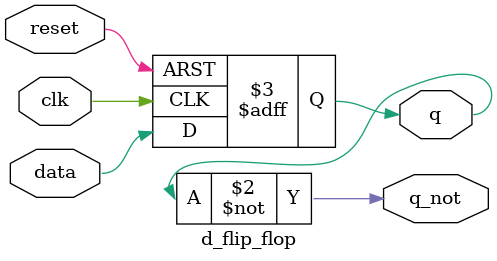
<source format=v>
`default_nettype none
module d_flip_flop (
    input  wire clk,     // Input: clock
    input  wire data,  // Input: data for the signal
    input  wire reset,  // Input: reset signal
    output reg  q,     // Output: Q
    output wire q_not  // Output: Not Q
);

  // On the rising edge of the clock, the flip-flop captures the input data
  always @(posedge clk or posedge reset) begin
    if (reset) begin
      q <= 0;
    end else begin
      q <= data;
    end
  end

  // Not Q is simply the inverse of Q
  assign q_not = ~q;
endmodule

</source>
